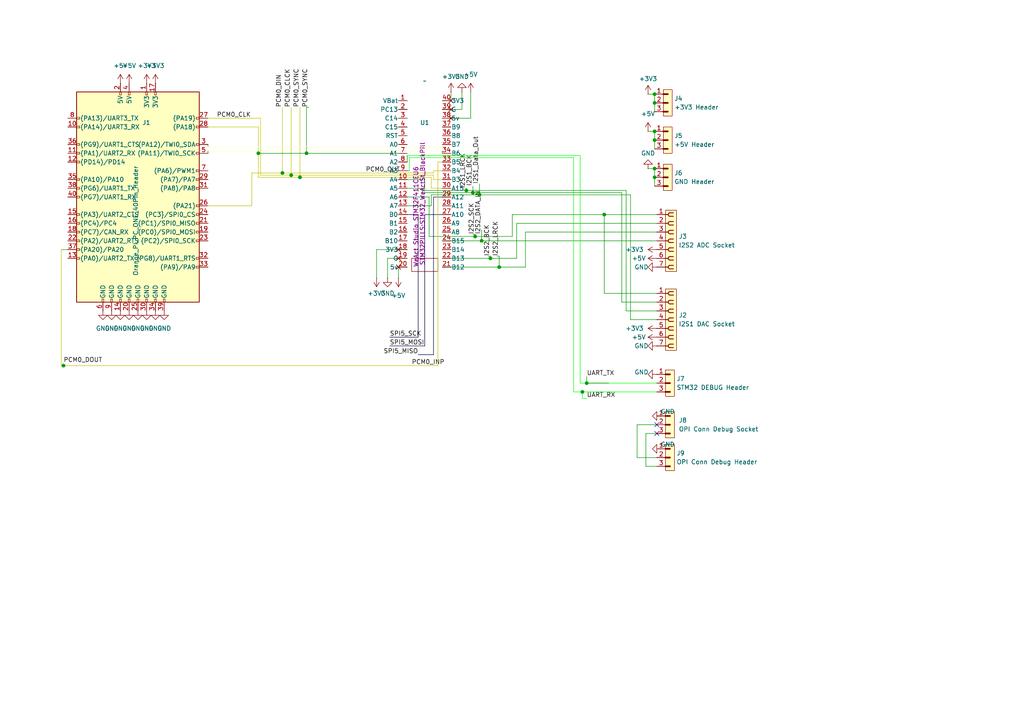
<source format=kicad_sch>
(kicad_sch (version 20231120) (generator "eeschema") (generator_version "8.0")
  (paper "A4")
  (title_block (title "Начало проекта") (date "2024-10-11") (rev "0") (company "1cdev.ru") (comment 2 "Axel V. Rouse"))
  (lib_symbols
    (symbol "MCU_ST_STM32F4:STM32F411CEU6_BLACKPILL" (pin_names (offset 0.1016))
      (property "Reference" "U" (at 0 0 0))
      (property "Footprint" "STM32PILLS:STM32_WeActSt_BlackPill" (at 3.556 9.398 0))
      (property "Description" "WeAct Studio STM32F411CEU6" (at 0 -15.748 90))
      (symbol "STM32F411CEU6_BLACKPILL_0_1"
        (rectangle (start -3.81 -38.1) (end 3.81 -41.91))
      )
      (symbol "STM32F411CEU6_BLACKPILL_1_1"
        (pin input line (at -5.08 7.62 180) (length 2.54) (name "VBat") (number "1"))
        (pin bidirectional line (at -5.08 -15.24 180) (length 2.54) (name "A4") (number "10"))
        (pin bidirectional line (at -5.08 -17.78 180) (length 2.54) (name "A5") (number "11"))
        (pin bidirectional line (at -5.08 -20.32 180) (length 2.54) (name "A6") (number "12"))
        (pin bidirectional line (at -5.08 -22.86 180) (length 2.54) (name "A7") (number "13"))
        (pin bidirectional line (at -5.08 -25.4 180) (length 2.54) (name "B0") (number "14"))
        (pin bidirectional line (at -5.08 -27.94 180) (length 2.54) (name "B1") (number "15"))
        (pin bidirectional line (at -5.08 -30.48 180) (length 2.54) (name "B2") (number "16"))
        (pin bidirectional line (at -5.08 -33.02 180) (length 2.54) (name "B10") (number "17"))
        (pin power_in non_logic (at -5.08 -35.56 180) (length 2.54) (name "3V3") (number "18"))
        (pin passive non_logic (at -5.08 -38.1 180) (length 2.54) (name "G") (number "19"))
        (pin bidirectional line (at -5.08 5.08 180) (length 2.54) (name "PC13") (number "2"))
        (pin power_in non_logic (at -5.08 -40.64 180) (length 2.54) (name "5v") (number "20"))
        (pin bidirectional line (at 5.08 -40.64 0) (length 2.54) (name "B12") (number "21"))
        (pin bidirectional line (at 5.08 -38.1 0) (length 2.54) (name "B13") (number "22"))
        (pin bidirectional line (at 5.08 -35.56 0) (length 2.54) (name "B14") (number "23"))
        (pin bidirectional line (at 5.08 -33.02 0) (length 2.54) (name "B15") (number "24"))
        (pin bidirectional line (at 5.08 -30.48 0) (length 2.54) (name "A8") (number "25"))
        (pin bidirectional line (at 5.08 -27.94 0) (length 2.54) (name "A9") (number "26"))
        (pin bidirectional line (at 5.08 -25.4 0) (length 2.54) (name "A10") (number "27"))
        (pin bidirectional line (at 5.08 -22.86 0) (length 2.54) (name "A11") (number "28"))
        (pin bidirectional line (at 5.08 -20.32 0) (length 2.54) (name "A12") (number "29"))
        (pin bidirectional line (at -5.08 2.54 180) (length 2.54) (name "C14") (number "3"))
        (pin bidirectional line (at 5.08 -17.78 0) (length 2.54) (name "A15") (number "30"))
        (pin bidirectional line (at 5.08 -15.24 0) (length 2.54) (name "B3") (number "31"))
        (pin bidirectional line (at 5.08 -12.7 0) (length 2.54) (name "B4") (number "32"))
        (pin bidirectional line (at 5.08 -10.16 0) (length 2.54) (name "B5") (number "33"))
        (pin bidirectional line (at 5.08 -7.62 0) (length 2.54) (name "B6") (number "34"))
        (pin bidirectional line (at 5.08 -5.08 0) (length 2.54) (name "B7") (number "35"))
        (pin bidirectional line (at 5.08 -2.54 0) (length 2.54) (name "B8") (number "36"))
        (pin bidirectional line (at 5.08 0 0) (length 2.54) (name "B9") (number "37"))
        (pin power_in non_logic (at 5.08 2.54 0) (length 2.54) (name "5v") (number "38"))
        (pin power_in non_logic (at 5.08 5.08 0) (length 2.54) (name "G") (number "39"))
        (pin bidirectional line (at -5.08 0 180) (length 2.54) (name "C15") (number "4"))
        (pin power_in non_logic (at 5.08 7.62 0) (length 2.54) (name "3V3") (number "40"))
        (pin passive line (at -5.08 -2.54 180) (length 2.54) (name "RST") (number "5"))
        (pin bidirectional line (at -5.08 -5.08 180) (length 2.54) (name "A0") (number "6"))
        (pin bidirectional line (at -5.08 -7.62 180) (length 2.54) (name "A1") (number "7"))
        (pin bidirectional line (at -5.08 -10.16 180) (length 2.54) (name "A2") (number "8"))
        (pin bidirectional line (at -5.08 -12.7 180) (length 2.54) (name "A3") (number "9"))
      )
    )
    (symbol "New_Library:OPI_ONE_PC_40PIN" (pin_names (offset 1.016))
      (property "Reference" "J" (at -17.78 31.75 0))
      (property "Value" "Orange_PI_PC_ONE_40Pin_Header" (at -16.256 25.908 0))
      (symbol "OPI_ONE_PC_40PIN_0_1"
        (rectangle (start -17.78 30.48) (end 17.78 -30.48) (stroke (width 0.254)) (fill (type background)))
      )
      (symbol "OPI_ONE_PC_40PIN_1_1"
        (rectangle (start -16.891 -17.526) (end -17.78 -18.034))
        (rectangle (start -16.891 -14.986) (end -17.78 -15.494))
        (rectangle (start -16.891 -12.446) (end -17.78 -12.954))
        (rectangle (start -16.891 -9.906) (end -17.78 -10.414))
        (rectangle (start -16.891 -7.366) (end -17.78 -7.874))
        (rectangle (start -16.891 -4.826) (end -17.78 -5.334))
        (rectangle (start -16.891 0.254) (end -17.78 -0.254))
        (rectangle (start -16.891 2.794) (end -17.78 2.286))
        (rectangle (start -16.891 5.334) (end -17.78 4.826))
        (rectangle (start -16.891 10.414) (end -17.78 9.906))
        (rectangle (start -16.891 12.954) (end -17.78 12.446))
        (rectangle (start -16.891 15.494) (end -17.78 14.986))
        (rectangle (start -16.891 20.574) (end -17.78 20.066))
        (rectangle (start -16.891 23.114) (end -17.78 22.606))
        (rectangle (start -10.414 -29.591) (end -9.906 -30.48))
        (rectangle (start -7.874 -29.591) (end -7.366 -30.48))
        (rectangle (start -5.334 -29.591) (end -4.826 -30.48))
        (rectangle (start -5.334 30.48) (end -4.826 29.591))
        (rectangle (start -2.794 -29.591) (end -2.286 -30.48))
        (rectangle (start -2.794 30.48) (end -2.286 29.591))
        (rectangle (start -0.254 -29.591) (end 0.254 -30.48))
        (rectangle (start 2.286 -29.591) (end 2.794 -30.48))
        (rectangle (start 2.286 30.48) (end 2.794 29.591))
        (rectangle (start 4.826 -29.591) (end 5.334 -30.48))
        (rectangle (start 4.826 30.48) (end 5.334 29.591))
        (rectangle (start 7.366 -29.591) (end 7.874 -30.48))
        (rectangle (start 17.78 -20.066) (end 16.891 -20.574))
        (rectangle (start 17.78 -17.526) (end 16.891 -18.034))
        (rectangle (start 17.78 -12.446) (end 16.891 -12.954))
        (rectangle (start 17.78 -9.906) (end 16.891 -10.414))
        (rectangle (start 17.78 -7.366) (end 16.891 -7.874))
        (rectangle (start 17.78 -4.826) (end 16.891 -5.334))
        (rectangle (start 17.78 -2.286) (end 16.891 -2.794))
        (rectangle (start 17.78 2.794) (end 16.891 2.286))
        (rectangle (start 17.78 5.334) (end 16.891 4.826))
        (rectangle (start 17.78 7.874) (end 16.891 7.366))
        (rectangle (start 17.78 12.954) (end 16.891 12.446))
        (rectangle (start 17.78 15.494) (end 16.891 14.986))
        (rectangle (start 17.78 20.574) (end 16.891 20.066))
        (rectangle (start 17.78 23.114) (end 16.891 22.606))
        (pin power_in line (at 2.54 33.02 270) (length 2.54) (name "3V3") (number "1"))
        (pin bidirectional line (at -20.32 20.32 0) (length 2.54) (name "(PA14)/UART3_RX") (number "10"))
        (pin bidirectional line (at -20.32 12.7 0) (length 2.54) (name "(PA1)/UART2_RX") (number "11"))
        (pin bidirectional line (at -20.32 10.16 0) (length 2.54) (name "(PD14)/PD14") (number "12"))
        (pin bidirectional line (at -20.32 -17.78 0) (length 2.54) (name "(PA0)/UART2_TX") (number "13"))
        (pin power_in line (at -5.08 -33.02 90) (length 2.54) (name "GND") (number "14"))
        (pin bidirectional line (at -20.32 -5.08 0) (length 2.54) (name "(PA3)/UART2_CTS") (number "15"))
        (pin bidirectional line (at -20.32 -7.62 0) (length 2.54) (name "(PC4)/PC4") (number "16"))
        (pin power_in line (at 5.08 33.02 270) (length 2.54) (name "3V3") (number "17"))
        (pin bidirectional line (at -20.32 -10.16 0) (length 2.54) (name "(PC7)/CAN_RX") (number "18"))
        (pin bidirectional line (at 20.32 -10.16 180) (length 2.54) (name "(PC0)/SPI0_MOSI") (number "19"))
        (pin power_in line (at -5.08 33.02 270) (length 2.54) (name "5V") (number "2"))
        (pin power_in line (at -2.54 -33.02 90) (length 2.54) (name "GND") (number "20"))
        (pin bidirectional line (at 20.32 -7.62 180) (length 2.54) (name "(PC1)/SPI0_MISO") (number "21"))
        (pin bidirectional line (at -20.32 -12.7 0) (length 2.54) (name "(PA2)/UART2_RTS") (number "22"))
        (pin bidirectional line (at 20.32 -12.7 180) (length 2.54) (name "(PC2)/SPI0_SCK") (number "23"))
        (pin bidirectional line (at 20.32 -5.08 180) (length 2.54) (name "(PC3}/SPI0_CS") (number "24"))
        (pin power_in line (at 0 -33.02 90) (length 2.54) (name "GND") (number "25"))
        (pin bidirectional line (at 20.32 -2.54 180) (length 2.54) (name "(PA21)") (number "26"))
        (pin bidirectional line (at 20.32 22.86 180) (length 2.54) (name "(PA19)") (number "27"))
        (pin bidirectional line (at 20.32 20.32 180) (length 2.54) (name "(PA18)") (number "28"))
        (pin bidirectional line (at 20.32 5.08 180) (length 2.54) (name "(PA7)/PA7") (number "29"))
        (pin bidirectional line (at 20.32 15.24 180) (length 2.54) (name "(PA12)/TWI0_SDA") (number "3"))
        (pin power_in line (at 2.54 -33.02 90) (length 2.54) (name "GND") (number "30"))
        (pin bidirectional line (at 20.32 2.54 180) (length 2.54) (name "(PA8)/PA8") (number "31"))
        (pin bidirectional line (at 20.32 -17.78 180) (length 2.54) (name "(PG8)/UART1_RTS") (number "32"))
        (pin bidirectional line (at 20.32 -20.32 180) (length 2.54) (name "(PA9)/PA9") (number "33"))
        (pin power_in line (at 5.08 -33.02 90) (length 2.54) (name "GND") (number "34"))
        (pin bidirectional line (at -20.32 5.08 0) (length 2.54) (name "(PA10)/PA10") (number "35"))
        (pin bidirectional line (at -20.32 15.24 0) (length 2.54) (name "(PG9)/UART1_CTS") (number "36"))
        (pin bidirectional line (at -20.32 -15.24 0) (length 2.54) (name "(PA20)/PA20") (number "37"))
        (pin bidirectional line (at -20.32 2.54 0) (length 2.54) (name "(PG6)/UART1_TX") (number "38"))
        (pin power_in line (at 7.62 -33.02 90) (length 2.54) (name "GND") (number "39"))
        (pin power_in line (at -2.54 33.02 270) (length 2.54) (name "5V") (number "4"))
        (pin bidirectional line (at -20.32 0 0) (length 2.54) (name "(PG7)/UART1_RX") (number "40"))
        (pin bidirectional line (at 20.32 12.7 180) (length 2.54) (name "(PA11)/TWI0_SCK") (number "5"))
        (pin power_in line (at -10.16 -33.02 90) (length 2.54) (name "GND") (number "6"))
        (pin bidirectional line (at 20.32 7.62 180) (length 2.54) (name "(PA6)/PWM1") (number "7"))
        (pin bidirectional line (at -20.32 22.86 0) (length 2.54) (name "(PA13)/UART3_TX") (number "8"))
        (pin power_in line (at -7.62 -33.02 90) (length 2.54) (name "GND") (number "9"))
      )
    )
    (symbol "PCM_SL_Pin_Headers:PINHD_1x3_Male"
      (property "Reference" "J" (at 0 7.62 0))
      (property "Value" "PINHD_1x3_Male" (at 0 5.08 0))
      (symbol "PINHD_1x3_Male_0_1"
        (rectangle (start -1.27 3.81) (end 1.27 -3.81) (fill (type background)))
        (polyline (pts (xy -1.27 -2.54) (xy 0 -2.54)) (stroke (width 0.3)))
        (polyline (pts (xy -1.27 -2.54) (xy 0 -2.54)) (stroke (width 0.5)))
        (polyline (pts (xy -1.27 0) (xy 0 0)) (stroke (width 0.3)))
        (polyline (pts (xy -1.27 0) (xy 0 0)) (stroke (width 0.5)))
        (polyline (pts (xy -1.27 2.54) (xy 0 2.54)) (stroke (width 0.3)))
        (polyline (pts (xy -1.27 2.54) (xy 0 2.54)) (stroke (width 0.5)))
      )
      (symbol "PINHD_1x3_Male_1_1"
        (pin passive line (at -3.81 2.54 0) (length 2.54) (name "") (number "1"))
        (pin passive line (at -3.81 0 0) (length 2.54) (name "") (number "2"))
        (pin passive line (at -3.81 -2.54 0) (length 2.54) (name "") (number "3"))
      )
    )
    (symbol "PCM_SL_Pin_Headers:PINHD_1x7_Female"
      (property "Reference" "J" (at 0 13.97 0))
      (property "Value" "PINHD_1x7_Female" (at 0 11.43 0))
      (symbol "PINHD_1x7_Female_0_1"
        (rectangle (start -1.27 8.89) (end 1.905 -8.89) (fill (type background)))
        (arc (start -0.508 -7.62) (mid -0.3592 -7.9792) (end 0 -8.128) (stroke (width 0.25)))
        (arc (start -0.508 -5.08) (mid -0.3592 -5.4392) (end 0 -5.588) (stroke (width 0.25)))
        (arc (start -0.508 -2.54) (mid -0.3592 -2.8992) (end 0 -3.048) (stroke (width 0.25)))
        (arc (start -0.508 0) (mid -0.3592 -0.3592) (end 0 -0.508) (stroke (width 0.25)))
        (arc (start -0.508 2.54) (mid -0.3592 2.1808) (end 0 2.032) (stroke (width 0.25)))
        (arc (start -0.508 5.08) (mid -0.3592 4.7208) (end 0 4.572) (stroke (width 0.25)))
        (arc (start -0.508 7.62) (mid -0.3592 7.2608) (end 0 7.112) (stroke (width 0.25)))
        (arc (start 0 -7.112) (mid -0.3592 -7.2608) (end -0.508 -7.62) (stroke (width 0.25)))
        (arc (start 0 -4.572) (mid -0.3592 -4.7208) (end -0.508 -5.08) (stroke (width 0.25)))
        (arc (start 0 -2.032) (mid -0.3592 -2.1808) (end -0.508 -2.54) (stroke (width 0.25)))
        (polyline (pts (xy -1.27 -7.62) (xy -0.508 -7.62)) (stroke (width 0.25)))
        (polyline (pts (xy -1.27 -5.08) (xy -0.508 -5.08)) (stroke (width 0.25)))
        (polyline (pts (xy -1.27 -2.54) (xy -0.508 -2.54)) (stroke (width 0.25)))
        (polyline (pts (xy -1.27 0) (xy -0.508 0)) (stroke (width 0.25)))
        (polyline (pts (xy -1.27 2.54) (xy -0.508 2.54)) (stroke (width 0.25)))
        (polyline (pts (xy -1.27 5.08) (xy -0.508 5.08)) (stroke (width 0.25)))
        (polyline (pts (xy -1.27 7.62) (xy -0.508 7.62)) (stroke (width 0.25)))
        (polyline (pts (xy 0 -8.128) (xy 1.016 -8.128)) (stroke (width 0.25)))
        (polyline (pts (xy 0 -7.112) (xy 1.016 -7.112)) (stroke (width 0.25)))
        (polyline (pts (xy 0 -5.588) (xy 1.016 -5.588)) (stroke (width 0.25)))
        (polyline (pts (xy 0 -4.572) (xy 1.016 -4.572)) (stroke (width 0.25)))
        (polyline (pts (xy 0 -3.048) (xy 1.016 -3.048)) (stroke (width 0.25)))
        (polyline (pts (xy 0 -2.032) (xy 1.016 -2.032)) (stroke (width 0.25)))
        (polyline (pts (xy 0 -0.508) (xy 1.016 -0.508)) (stroke (width 0.25)))
        (polyline (pts (xy 0 0.508) (xy 1.016 0.508)) (stroke (width 0.25)))
        (polyline (pts (xy 0 2.032) (xy 1.016 2.032)) (stroke (width 0.25)))
        (polyline (pts (xy 0 3.048) (xy 1.016 3.048)) (stroke (width 0.25)))
        (polyline (pts (xy 0 4.572) (xy 1.016 4.572)) (stroke (width 0.25)))
        (polyline (pts (xy 0 5.588) (xy 1.016 5.588)) (stroke (width 0.25)))
        (polyline (pts (xy 0 7.112) (xy 1.016 7.112)) (stroke (width 0.25)))
        (polyline (pts (xy 0 8.128) (xy 1.016 8.128)) (stroke (width 0.25)))
        (arc (start 0 0.508) (mid -0.3592 0.3592) (end -0.508 0) (stroke (width 0.25)))
        (arc (start 0 3.048) (mid -0.3592 2.8992) (end -0.508 2.54) (stroke (width 0.25)))
        (arc (start 0 5.588) (mid -0.3592 5.4392) (end -0.508 5.08) (stroke (width 0.25)))
        (arc (start 0 8.128) (mid -0.3592 7.9792) (end -0.508 7.62) (stroke (width 0.25)))
      )
      (symbol "PINHD_1x7_Female_1_1"
        (pin passive line (at -3.81 7.62 0) (length 2.54) (name "") (number "1"))
        (pin passive line (at -3.81 5.08 0) (length 2.54) (name "") (number "2"))
        (pin passive line (at -3.81 2.54 0) (length 2.54) (name "") (number "3"))
        (pin passive line (at -3.81 0 0) (length 2.54) (name "") (number "4"))
        (pin passive line (at -3.81 -2.54 0) (length 2.54) (name "") (number "5"))
        (pin passive line (at -3.81 -5.08 0) (length 2.54) (name "") (number "6"))
        (pin passive line (at -3.81 -7.62 0) (length 2.54) (name "") (number "7"))
      )
    )
    (symbol "power:+3V3" (power) (pin_numbers hide) (pin_names (offset 0) hide)
      (property "Value" "+3V3" (at 0 3.556 0))
      (symbol "+3V3_0_1"
        (polyline (pts (xy -0.762 1.27) (xy 0 2.54)))
        (polyline (pts (xy 0 0) (xy 0 2.54)))
        (polyline (pts (xy 0 2.54) (xy 0.762 1.27)))
      )
      (symbol "+3V3_1_1"
        (pin power_in line (at 0 0 90) (length 0) (name "~") (number "1"))
      )
    )
    (symbol "power:+5V" (power) (pin_numbers hide) (pin_names (offset 0) hide)
      (property "Value" "+5V" (at 0 3.556 0))
      (symbol "+5V_0_1"
        (polyline (pts (xy -0.762 1.27) (xy 0 2.54)))
        (polyline (pts (xy 0 0) (xy 0 2.54)))
        (polyline (pts (xy 0 2.54) (xy 0.762 1.27)))
      )
      (symbol "+5V_1_1"
        (pin power_in line (at 0 0 90) (length 0) (name "~") (number "1"))
      )
    )
    (symbol "power:GND" (power) (pin_numbers hide) (pin_names (offset 0) hide)
      (property "Value" "GND" (at 0 -3.81 0))
      (symbol "GND_0_1"
        (polyline (pts (xy 0 0) (xy 0 -1.27) (xy 1.27 -1.27) (xy 0 -2.54) (xy -1.27 -1.27) (xy 0 -1.27)))
      )
      (symbol "GND_1_1"
        (pin power_in line (at 0 0 270) (length 0) (name "~") (number "1"))
      )
    )
  )
  (junction (at 88.9 44.45))
  (junction (at 189.865 29.845))
  (junction (at 144.78 77.47))
  (junction (at 189.865 27.305))
  (junction (at 189.865 51.435))
  (junction (at 84.455 50.8))
  (junction (at 86.995 51.435))
  (junction (at 175.26 62.23))
  (junction (at 168.91 113.665))
  (junction (at 170.18 111.125))
  (junction (at 18.415 106.045))
  (junction (at 189.865 48.895))
  (junction (at 74.93 44.45))
  (junction (at 81.915 50.165))
  (junction (at 139.7 69.85))
  (junction (at 135.255 55.245))
  (junction (at 142.24 74.93))
  (junction (at 137.795 68.58))
  (junction (at 139.065 56.515))
  (junction (at 189.865 38.1))
  (junction (at 137.16 55.88))
  (junction (at 189.865 40.64))
  (no_connect (at 190.5 125.73))
  (no_connect (at 190.5 123.19))
  (wire (pts (xy 74.93 44.45) (xy 88.9 44.45)))
  (wire (pts (xy 125.095 54.61) (xy 125.095 51.435)) (stroke (width 0) (color 194 194 0 1)))
  (wire (pts (xy 152.4 67.31) (xy 190.5 67.31)))
  (wire (pts (xy 170.18 109.22) (xy 170.18 111.125)))
  (wire (pts (xy 187.96 27.305) (xy 189.865 27.305)))
  (wire (pts (xy 139.065 56.515) (xy 182.88 56.515)))
  (wire (pts (xy 118.11 49.53) (xy 118.745 49.53)))
  (wire (pts (xy 60.325 36.83) (xy 74.93 36.83)) (stroke (width 0) (color 194 194 0 1)))
  (wire (pts (xy 170.18 111.125) (xy 176.53 111.125)))
  (wire (pts (xy 112.395 74.93) (xy 118.11 74.93)))
  (wire (pts (xy 81.915 50.165) (xy 125.73 50.165)) (stroke (width 0) (color 194 194 0 1)))
  (wire (pts (xy 181.61 55.245) (xy 181.61 90.17)))
  (wire (pts (xy 137.795 68.58) (xy 148.59 68.58)))
  (wire (pts (xy 73.025 50.165) (xy 81.915 50.165)) (stroke (width 0) (color 194 194 0 1)))
  (wire (pts (xy 60.325 42.545) (xy 128.27 42.545)) (stroke (width 0) (color 255 255 194 1)))
  (wire (pts (xy 17.78 106.045) (xy 18.415 106.045)) (stroke (width 0) (color 194 194 0 1)))
  (wire (pts (xy 149.86 74.93) (xy 149.86 64.77)))
  (wire (pts (xy 124.46 68.58) (xy 137.795 68.58)))
  (wire (pts (xy 86.995 51.435) (xy 125.095 51.435)) (stroke (width 0) (color 194 194 0 1)))
  (wire (pts (xy 168.91 115.57) (xy 168.91 113.665)) (stroke (width 0) (color 0 255 0 1)))
  (wire (pts (xy 81.915 31.115) (xy 81.915 50.165)) (stroke (width 0) (color 194 194 0 1)))
  (wire (pts (xy 74.93 51.435) (xy 86.995 51.435)) (stroke (width 0) (color 194 194 0 1)))
  (wire (pts (xy 184.785 132.715) (xy 184.785 123.19)))
  (wire (pts (xy 109.22 72.39) (xy 118.11 72.39)))
  (wire (pts (xy 17.78 72.39) (xy 19.685 72.39)))
  (wire (pts (xy 142.24 74.295) (xy 142.24 74.93)))
  (wire (pts (xy 60.325 34.29) (xy 75.565 34.29)) (stroke (width 0) (color 194 194 0 1)))
  (wire (pts (xy 60.325 43.815) (xy 60.325 44.45)))
  (wire (pts (xy 128.27 43.815) (xy 128.27 44.45)))
  (wire (pts (xy 128.27 34.29) (xy 136.525 34.29)))
  (wire (pts (xy 144.78 74.295) (xy 144.145 74.295)))
  (wire (pts (xy 128.27 69.85) (xy 139.7 69.85)))
  (wire (pts (xy 118.11 52.07) (xy 123.19 52.07)))
  (wire (pts (xy 191.77 130.175) (xy 190.5 130.175)))
  (wire (pts (xy 148.59 62.23) (xy 148.59 68.58)))
  (wire (pts (xy 128.27 52.07) (xy 125.73 52.07)) (stroke (width 0) (color 194 194 0 1)))
  (wire (pts (xy 189.865 51.435) (xy 189.865 53.975)))
  (wire (pts (xy 88.9 44.45) (xy 118.11 44.45)))
  (wire (pts (xy 112.395 80.645) (xy 112.395 74.93)))
  (wire (pts (xy 113.03 97.79) (xy 121.285 97.79)) (stroke (width 0) (color 0 0 72 1)))
  (wire (pts (xy 122.555 54.61) (xy 122.555 55.88)))
  (wire (pts (xy 60.325 43.815) (xy 128.27 43.815)) (stroke (width 0) (color 255 255 194 1)))
  (wire (pts (xy 175.26 85.09) (xy 190.5 85.09)))
  (wire (pts (xy 191.77 120.65) (xy 190.5 120.65)))
  (wire (pts (xy 18.415 106.045) (xy 127 106.045)) (stroke (width 0) (color 194 194 0 1)))
  (wire (pts (xy 121.285 62.23) (xy 118.11 62.23)) (stroke (width 0) (color 0 0 72 1)))
  (wire (pts (xy 189.865 29.845) (xy 189.865 32.385)))
  (wire (pts (xy 125.095 56.515) (xy 139.065 56.515)))
  (wire (pts (xy 187.96 48.895) (xy 189.865 48.895)))
  (wire (pts (xy 139.065 53.34) (xy 139.065 56.515)))
  (wire (pts (xy 181.61 90.17) (xy 190.5 90.17)))
  (wire (pts (xy 128.27 62.23) (xy 123.19 62.23)) (stroke (width 0) (color 0 0 72 1)))
  (wire (pts (xy 118.745 49.53) (xy 118.745 45.72)) (stroke (width 0) (color 0 255 0 1)))
  (wire (pts (xy 121.285 102.87) (xy 125.73 102.87)) (stroke (width 0) (color 0 0 72 1)))
  (wire (pts (xy 88.9 31.115) (xy 88.9 44.45)))
  (wire (pts (xy 166.37 113.665) (xy 166.37 45.72)) (stroke (width 0) (color 0 255 0 1)))
  (wire (pts (xy 189.865 27.305) (xy 189.865 29.845)))
  (wire (pts (xy 75.565 34.29) (xy 75.565 50.8)) (stroke (width 0) (color 194 194 0 1)))
  (wire (pts (xy 123.19 62.23) (xy 123.19 100.33)) (stroke (width 0) (color 0 0 72 1)))
  (wire (pts (xy 124.46 57.15) (xy 124.46 68.58)))
  (wire (pts (xy 168.275 111.125) (xy 168.275 45.085)) (stroke (width 0) (color 0 255 0 1)))
  (wire (pts (xy 187.325 135.255) (xy 187.325 125.73)))
  (wire (pts (xy 184.785 123.19) (xy 190.5 123.19)))
  (wire (pts (xy 125.73 49.53) (xy 128.27 49.53)) (stroke (width 0) (color 194 194 0 1)))
  (wire (pts (xy 182.88 56.515) (xy 182.88 92.71)))
  (wire (pts (xy 118.11 46.99) (xy 118.11 45.085)))
  (wire (pts (xy 128.27 29.21) (xy 130.81 29.21)))
  (wire (pts (xy 115.57 77.47) (xy 118.11 77.47)))
  (wire (pts (xy 128.27 57.15) (xy 125.73 57.15)) (stroke (width 0) (color 0 0 72 1)))
  (wire (pts (xy 166.37 113.665) (xy 168.91 113.665)) (stroke (width 0) (color 0 255 0 1)))
  (wire (pts (xy 175.26 62.23) (xy 148.59 62.23)))
  (wire (pts (xy 118.11 57.15) (xy 124.46 57.15)))
  (wire (pts (xy 144.78 77.47) (xy 152.4 77.47)))
  (wire (pts (xy 73.025 50.165) (xy 73.025 59.69)) (stroke (width 0) (color 194 194 0 1)))
  (wire (pts (xy 123.19 52.07) (xy 123.19 55.245)))
  (wire (pts (xy 182.88 92.71) (xy 190.5 92.71)))
  (wire (pts (xy 175.26 62.23) (xy 175.26 85.09)))
  (wire (pts (xy 18.415 105.41) (xy 18.415 106.045)) (stroke (width 0) (color 194 194 0 1)))
  (wire (pts (xy 123.19 55.245) (xy 135.255 55.245)))
  (wire (pts (xy 189.865 48.895) (xy 189.865 51.435)))
  (wire (pts (xy 109.22 80.645) (xy 109.22 72.39)))
  (wire (pts (xy 189.865 40.64) (xy 189.865 43.18)))
  (wire (pts (xy 88.9 31.115) (xy 89.535 31.115)))
  (wire (pts (xy 128.27 74.93) (xy 142.24 74.93)))
  (wire (pts (xy 137.16 55.88) (xy 180.34 55.88)))
  (wire (pts (xy 60.325 42.545) (xy 60.325 41.91)))
  (wire (pts (xy 74.93 36.83) (xy 74.93 44.45)) (stroke (width 0) (color 194 194 0 1)))
  (wire (pts (xy 180.34 55.88) (xy 180.34 87.63)))
  (wire (pts (xy 152.4 77.47) (xy 152.4 67.31)))
  (wire (pts (xy 142.24 74.93) (xy 149.86 74.93)))
  (wire (pts (xy 133.985 26.67) (xy 133.985 31.75)))
  (wire (pts (xy 118.11 45.085) (xy 168.275 45.085)) (stroke (width 0) (color 0 255 0 1)))
  (wire (pts (xy 118.11 59.69) (xy 125.095 59.69)))
  (wire (pts (xy 125.73 50.165) (xy 125.73 49.53)) (stroke (width 0) (color 194 194 0 1)))
  (wire (pts (xy 139.7 69.85) (xy 190.5 69.85)))
  (wire (pts (xy 86.995 31.115) (xy 86.995 51.435)) (stroke (width 0) (color 194 194 0 1)))
  (wire (pts (xy 118.745 45.72) (xy 166.37 45.72)) (stroke (width 0) (color 0 255 0 1)))
  (wire (pts (xy 125.73 52.07) (xy 125.73 50.8)) (stroke (width 0) (color 194 194 0 1)))
  (wire (pts (xy 122.555 55.88) (xy 137.16 55.88)))
  (wire (pts (xy 130.81 29.21) (xy 130.81 26.67)))
  (wire (pts (xy 113.03 100.33) (xy 123.19 100.33)) (stroke (width 0) (color 0 0 72 1)))
  (wire (pts (xy 135.255 55.245) (xy 181.61 55.245)))
  (wire (pts (xy 187.96 38.1) (xy 189.865 38.1)))
  (wire (pts (xy 128.27 77.47) (xy 144.78 77.47)))
  (wire (pts (xy 190.5 62.23) (xy 175.26 62.23)))
  (wire (pts (xy 187.325 135.255) (xy 190.5 135.255)))
  (wire (pts (xy 144.78 74.295) (xy 144.78 77.47)))
  (wire (pts (xy 137.795 67.945) (xy 137.795 68.58)))
  (wire (pts (xy 128.27 42.545) (xy 128.27 41.91)) (stroke (width 0) (color 255 255 194 1)))
  (wire (pts (xy 118.11 54.61) (xy 122.555 54.61)))
  (wire (pts (xy 187.325 125.73) (xy 190.5 125.73)))
  (wire (pts (xy 125.73 57.15) (xy 125.73 102.87)) (stroke (width 0) (color 0 0 72 1)))
  (wire (pts (xy 190.5 132.715) (xy 184.785 132.715)))
  (wire (pts (xy 127 46.99) (xy 128.27 46.99)) (stroke (width 0) (color 194 194 0 1)))
  (wire (pts (xy 121.285 62.23) (xy 121.285 97.79)) (stroke (width 0) (color 0 0 72 1)))
  (wire (pts (xy 170.18 111.125) (xy 190.5 111.125)) (stroke (width 0) (color 0 255 0 1)))
  (wire (pts (xy 149.86 64.77) (xy 190.5 64.77)))
  (wire (pts (xy 75.565 50.8) (xy 84.455 50.8)) (stroke (width 0) (color 194 194 0 1)))
  (wire (pts (xy 115.57 77.47) (xy 115.57 80.645)))
  (wire (pts (xy 139.7 66.675) (xy 139.7 69.85)))
  (wire (pts (xy 137.795 67.945) (xy 137.16 67.945)))
  (wire (pts (xy 125.095 59.69) (xy 125.095 56.515)))
  (wire (pts (xy 73.025 59.69) (xy 60.325 59.69)) (stroke (width 0) (color 194 194 0 1)))
  (wire (pts (xy 168.275 111.125) (xy 170.18 111.125)) (stroke (width 0) (color 0 255 0 1)))
  (wire (pts (xy 133.985 31.75) (xy 128.27 31.75)))
  (wire (pts (xy 135.255 54.61) (xy 135.255 55.245)))
  (wire (pts (xy 17.78 106.045) (xy 17.78 72.39)) (stroke (width 0) (color 194 194 0 1)))
  (wire (pts (xy 136.525 34.29) (xy 136.525 26.67)))
  (wire (pts (xy 168.91 113.665) (xy 190.5 113.665)) (stroke (width 0) (color 0 255 0 1)))
  (wire (pts (xy 128.27 54.61) (xy 125.095 54.61)) (stroke (width 0) (color 194 194 0 1)))
  (wire (pts (xy 137.16 53.975) (xy 137.16 55.88)))
  (wire (pts (xy 189.865 38.1) (xy 189.865 40.64)))
  (wire (pts (xy 180.34 87.63) (xy 190.5 87.63)))
  (wire (pts (xy 142.24 74.295) (xy 141.605 74.295)))
  (wire (pts (xy 84.455 31.115) (xy 84.455 50.8)) (stroke (width 0) (color 194 194 0 1)))
  (wire (pts (xy 84.455 50.8) (xy 125.73 50.8)) (stroke (width 0) (color 194 194 0 1)))
  (wire (pts (xy 74.93 44.45) (xy 74.93 51.435)) (stroke (width 0) (color 194 194 0 1)))
  (wire (pts (xy 170.18 115.57) (xy 168.91 115.57)) (stroke (width 0) (color 0 255 0 1)))
  (wire (pts (xy 127 46.99) (xy 127 106.045)) (stroke (width 0) (color 194 194 0 1)))
  (label "SPI5_SCK" (at 113.03 97.79 0))
  (label "SPI5_MISO" (at 121.285 102.87 180))
  (label "UART_RX" (at 170.18 115.57 0))
  (label "I2S1_BCK" (at 137.16 53.975 90))
  (label "SPI5_MOSI" (at 113.03 100.33 0))
  (label "PCM0_SYNC" (at 86.995 31.115 90))
  (label "I2S2_LRCK" (at 144.78 74.295 90))
  (label "I2S2_SCK" (at 137.795 67.945 90))
  (label "I2S2_BCK" (at 142.24 74.295 90))
  (label "PCM0_OUT" (at 106.045 50.165 0))
  (label "I2S2_DATA_IN" (at 139.7 67.945 90))
  (label "PCM0_INP" (at 119.38 106.045 0))
  (label "PCM0_DIN" (at 81.915 31.115 90))
  (label "PCM0_CLCK" (at 84.455 31.115 90))
  (label "PCM0_CLK" (at 62.865 34.29 0))
  (label "I2S1_LRCK" (at 135.255 54.61 90))
  (label "PCM0_SYNC" (at 89.535 31.115 90))
  (label "UART_TX" (at 170.18 109.22 0))
  (label "I2S1_Data_Out" (at 139.065 53.34 90))
  (label "PCM0_DOUT" (at 18.415 105.41 0))
  (symbol (lib_id "power:GND") (at 34.925 90.17 0) (unit 1)
    (property "Reference" "#PWR03" (effects (hide yes)))
    (property "Value" "GND" (at 34.925 95.25 0))
    (property "Description" "Power symbol creates a global label with name \"GND\" , ground" (effects (hide yes)))
  )
  (symbol (lib_id "power:GND") (at 40.005 90.17 0) (unit 1)
    (property "Reference" "#PWR05" (effects (hide yes)))
    (property "Value" "GND" (at 40.005 95.25 0))
    (property "Description" "Power symbol creates a global label with name \"GND\" , ground" (effects (hide yes)))
  )
  (symbol (lib_id "power:+5V") (at 34.925 24.13 0) (unit 1)
    (property "Reference" "#PWR09" (effects (hide yes)))
    (property "Value" "+5V" (at 34.925 19.05 0))
    (property "Description" "Power symbol creates a global label with name \"+5V\"" (effects (hide yes)))
  )
  (symbol (lib_id "PCM_SL_Pin_Headers:PINHD_1x3_Male") (at 194.31 132.715 0) (unit 1)
    (property "Reference" "J9" (at 196.215 131.445 0) (effects (justify left)))
    (property "Value" "OPI Conn Debug Header" (at 196.215 133.985 0) (effects (justify left)))
    (property "Footprint" "Connector_PinHeader_2.54mm:PinHeader_1x03_P2.54mm_Vertical" (effects (hide yes)))
    (property "Description" "Pin Header male with pin space 2.54mm. Pin Count -3" (effects (hide yes)))
  )
  (symbol (lib_id "power:GND") (at 133.985 26.67 180) (unit 1)
    (property "Reference" "#PWR016" (effects (hide yes)))
    (property "Value" "GND" (at 133.985 22.225 0))
    (property "Description" "Power symbol creates a global label with name \"GND\" , ground" (effects (hide yes)))
  )
  (symbol (lib_id "power:GND") (at 191.77 120.65 270) (unit 1)
    (property "Reference" "#PWR029" (effects (hide yes)))
    (property "Value" "GND" (at 193.675 119.38 90))
    (property "Description" "Power symbol creates a global label with name \"GND\" , ground" (effects (hide yes)))
  )
  (symbol (lib_id "PCM_SL_Pin_Headers:PINHD_1x3_Male") (at 194.31 123.19 0) (unit 1)
    (property "Reference" "J8" (at 196.85 121.92 0) (effects (justify left)))
    (property "Value" "OPI Conn Debug Socket" (at 196.85 124.46 0) (effects (justify left)))
    (property "Footprint" "Connector_PinSocket_2.54mm:PinSocket_1x03_P2.54mm_Vertical" (effects (hide yes)))
    (property "Description" "Pin Header male with pin space 2.54mm. Pin Count -3" (effects (hide yes)))
  )
  (symbol (lib_id "power:+5V") (at 190.5 74.93 90) (unit 1)
    (property "Reference" "#PWR027" (effects (hide yes)))
    (property "Value" "+5V" (at 187.325 74.93 90) (effects (justify left)))
    (property "Description" "Power symbol creates a global label with name \"+5V\"" (effects (hide yes)))
  )
  (symbol (lib_id "power:GND") (at 112.395 80.645 0) (unit 1)
    (property "Reference" "#PWR017" (effects (hide yes)))
    (property "Value" "GND" (at 112.395 85.09 0))
    (property "Description" "Power symbol creates a global label with name \"GND\" , ground" (effects (hide yes)))
  )
  (symbol (lib_id "power:GND") (at 42.545 90.17 0) (unit 1)
    (property "Reference" "#PWR06" (effects (hide yes)))
    (property "Value" "GND" (at 42.545 95.25 0))
    (property "Description" "Power symbol creates a global label with name \"GND\" , ground" (effects (hide yes)))
  )
  (symbol (lib_id "power:GND") (at 190.5 77.47 270) (unit 1)
    (property "Reference" "#PWR023" (effects (hide yes)))
    (property "Value" "GND" (at 186.055 77.47 90))
    (property "Description" "Power symbol creates a global label with name \"GND\" , ground" (effects (hide yes)))
  )
  (symbol (lib_id "power:+3V3") (at 190.5 72.39 90) (unit 1)
    (property "Reference" "#PWR025" (effects (hide yes)))
    (property "Value" "+3V3" (at 186.69 72.39 90) (effects (justify left)))
    (property "Description" "Power symbol creates a global label with name \"+3V3\"" (effects (hide yes)))
  )
  (symbol (lib_id "power:+5V") (at 115.57 80.645 180) (unit 1)
    (property "Reference" "#PWR020" (effects (hide yes)))
    (property "Value" "+5V" (at 115.57 85.725 0))
    (property "Description" "Power symbol creates a global label with name \"+5V\"" (effects (hide yes)))
  )
  (symbol (lib_id "power:GND") (at 190.5 108.585 270) (unit 1)
    (property "Reference" "#PWR022" (effects (hide yes)))
    (property "Value" "GND" (at 186.055 107.95 90))
    (property "Description" "Power symbol creates a global label with name \"GND\" , ground" (effects (hide yes)))
  )
  (symbol (lib_id "PCM_SL_Pin_Headers:PINHD_1x3_Male") (at 194.31 111.125 0) (unit 1)
    (property "Reference" "J7" (at 196.215 109.855 0) (effects (justify left)))
    (property "Value" "STM32 DEBUG Header" (at 196.215 112.395 0) (effects (justify left)))
    (property "Footprint" "Connector_PinHeader_2.54mm:PinHeader_1x03_P2.54mm_Vertical" (effects (hide yes)))
    (property "Description" "Pin Header male with pin space 2.54mm. Pin Count -3" (effects (hide yes)))
  )
  (symbol (lib_id "power:+3V3") (at 130.81 26.67 0) (unit 1)
    (property "Reference" "#PWR021" (effects (hide yes)))
    (property "Value" "+3V3" (at 130.81 22.225 0))
    (property "Description" "Power symbol creates a global label with name \"+3V3\"" (effects (hide yes)))
  )
  (symbol (lib_id "power:GND") (at 190.5 100.33 270) (unit 1)
    (property "Reference" "#PWR024" (effects (hide yes)))
    (property "Value" "GND" (at 186.055 100.33 90))
    (property "Description" "Power symbol creates a global label with name \"GND\" , ground" (effects (hide yes)))
  )
  (symbol (lib_id "PCM_SL_Pin_Headers:PINHD_1x7_Female") (at 194.31 92.71 0) (unit 1)
    (property "Reference" "J2" (at 196.85 91.44 0) (effects (justify left)))
    (property "Value" "I2S1 DAC Socket" (at 196.85 93.98 0) (effects (justify left)))
    (property "Footprint" "Connector_PinSocket_2.54mm:PinSocket_1x07_P2.54mm_Vertical" (effects (hide yes)))
    (property "Description" "Pin Header female with pin space 2.54mm. Pin Count -7" (effects (hide yes)))
  )
  (symbol (lib_id "power:+5V") (at 187.96 38.1 0) (unit 1)
    (property "Reference" "#PWR014" (effects (hide yes)))
    (property "Value" "+5V" (at 187.96 33.02 0))
    (property "Description" "Power symbol creates a global label with name \"+5V\"" (effects (hide yes)))
  )
  (symbol (lib_id "power:+5V") (at 37.465 24.13 0) (unit 1)
    (property "Reference" "#PWR010" (effects (hide yes)))
    (property "Value" "+5V" (at 37.465 19.05 0))
    (property "Description" "Power symbol creates a global label with name \"+5V\"" (effects (hide yes)))
  )
  (symbol (lib_id "power:+3V3") (at 109.22 80.645 180) (unit 1)
    (property "Reference" "#PWR018" (effects (hide yes)))
    (property "Value" "+3V3" (at 109.22 85.09 0))
    (property "Description" "Power symbol creates a global label with name \"+3V3\"" (effects (hide yes)))
  )
  (symbol (lib_id "PCM_SL_Pin_Headers:PINHD_1x3_Male") (at 193.675 51.435 0) (unit 1)
    (property "Reference" "J6" (at 195.58 50.165 0) (effects (justify left)))
    (property "Value" "GND Header" (at 195.58 52.705 0) (effects (justify left)))
    (property "Footprint" "Connector_PinHeader_2.54mm:PinHeader_1x03_P2.54mm_Vertical" (effects (hide yes)))
    (property "Description" "Pin Header male with pin space 2.54mm. Pin Count -3" (effects (hide yes)))
  )
  (symbol (lib_id "PCM_SL_Pin_Headers:PINHD_1x3_Male") (at 193.675 40.64 0) (unit 1)
    (property "Reference" "J5" (at 195.58 39.37 0) (effects (justify left)))
    (property "Value" "+5V Header" (at 195.58 41.91 0) (effects (justify left)))
    (property "Footprint" "Connector_PinHeader_2.54mm:PinHeader_1x03_P2.54mm_Vertical" (effects (hide yes)))
    (property "Description" "Pin Header male with pin space 2.54mm. Pin Count -3" (effects (hide yes)))
  )
  (symbol (lib_id "MCU_ST_STM32F4:STM32F411CEU6_BLACKPILL") (at 123.19 36.83 0) (unit 1)
    (property "Reference" "U1" (at 123.19 35.56 0))
    (property "Value" "~" (at 123.19 23.495 0))
    (property "Footprint" "STM32PILLS:STM32_WeActSt_BlackPill" (at 122.555 59.055 90))
    (property "Description" "WeAct Studio STM32F411CEU6" (at 120.65 62.865 90))
  )
  (symbol (lib_id "power:+3V3") (at 190.5 95.25 90) (unit 1)
    (property "Reference" "#PWR026" (effects (hide yes)))
    (property "Value" "+3V3" (at 186.69 95.25 90) (effects (justify left)))
    (property "Description" "Power symbol creates a global label with name \"+3V3\"" (effects (hide yes)))
  )
  (symbol (lib_id "power:GND") (at 32.385 90.17 0) (unit 1)
    (property "Reference" "#PWR02" (effects (hide yes)))
    (property "Value" "GND" (at 32.385 95.25 0))
    (property "Description" "Power symbol creates a global label with name \"GND\" , ground" (effects (hide yes)))
  )
  (symbol (lib_id "power:+3V3") (at 187.96 27.305 0) (unit 1)
    (property "Reference" "#PWR013" (effects (hide yes)))
    (property "Value" "+3V3" (at 187.96 22.86 0))
    (property "Description" "Power symbol creates a global label with name \"+3V3\"" (effects (hide yes)))
  )
  (symbol (lib_id "power:GND") (at 187.96 48.895 180) (unit 1)
    (property "Reference" "#PWR015" (effects (hide yes)))
    (property "Value" "GND" (at 187.96 44.45 0))
    (property "Description" "Power symbol creates a global label with name \"GND\" , ground" (effects (hide yes)))
  )
  (symbol (lib_id "power:+3V3") (at 42.545 24.13 0) (unit 1)
    (property "Reference" "#PWR011" (effects (hide yes)))
    (property "Value" "+3V3" (at 42.545 19.05 0))
    (property "Description" "Power symbol creates a global label with name \"+3V3\"" (effects (hide yes)))
  )
  (symbol (lib_id "PCM_SL_Pin_Headers:PINHD_1x3_Male") (at 193.675 29.845 0) (unit 1)
    (property "Reference" "J4" (at 195.58 28.575 0) (effects (justify left)))
    (property "Value" "+3V3 Header" (at 195.58 31.115 0) (effects (justify left)))
    (property "Footprint" "Connector_PinHeader_2.54mm:PinHeader_1x03_P2.54mm_Vertical" (effects (hide yes)))
    (property "Description" "Pin Header male with pin space 2.54mm. Pin Count -3" (effects (hide yes)))
  )
  (symbol (lib_id "power:GND") (at 45.085 90.17 0) (unit 1)
    (property "Reference" "#PWR07" (effects (hide yes)))
    (property "Value" "GND" (at 45.085 95.25 0))
    (property "Description" "Power symbol creates a global label with name \"GND\" , ground" (effects (hide yes)))
  )
  (symbol (lib_id "New_Library:OPI_ONE_PC_40PIN") (at 40.005 57.15 0) (unit 1)
    (property "Reference" "J1" (at 41.275 35.56 0) (effects (justify left)))
    (property "Value" "Orange_PI_PC_ONE_40Pin_Header" (at 39.37 80.01 90) (effects (justify left)))
    (property "Footprint" "Connector_PinSocket_2.54mm:PinSocket_2x20_P2.54mm_Vertical" (effects (hide yes)))
    (property "Datasheet" "http://www.orangepi.org/html/hardWare/computerAndMicrocontrollers/details/Orange-Pi-PC.html" (effects (hide yes)))
    (property "Description" "40 pin expansion header for Orange Pi PC & ONE" (effects (hide yes)))
  )
  (symbol (lib_id "power:+3V3") (at 45.085 24.13 0) (unit 1)
    (property "Reference" "#PWR012" (effects (hide yes)))
    (property "Value" "+3V3" (at 45.085 19.05 0))
    (property "Description" "Power symbol creates a global label with name \"+3V3\"" (effects (hide yes)))
  )
  (symbol (lib_id "power:GND") (at 191.77 130.175 270) (unit 1)
    (property "Reference" "#PWR030" (effects (hide yes)))
    (property "Value" "GND" (at 193.675 128.905 90))
    (property "Description" "Power symbol creates a global label with name \"GND\" , ground" (effects (hide yes)))
  )
  (symbol (lib_id "power:+5V") (at 136.525 26.67 0) (unit 1)
    (property "Reference" "#PWR019" (effects (hide yes)))
    (property "Value" "+5V" (at 136.525 21.59 0))
    (property "Description" "Power symbol creates a global label with name \"+5V\"" (effects (hide yes)))
  )
  (symbol (lib_id "power:GND") (at 37.465 90.17 0) (unit 1)
    (property "Reference" "#PWR04" (effects (hide yes)))
    (property "Value" "GND" (at 37.465 95.25 0))
    (property "Description" "Power symbol creates a global label with name \"GND\" , ground" (effects (hide yes)))
  )
  (symbol (lib_id "power:GND") (at 47.625 90.17 0) (unit 1)
    (property "Reference" "#PWR08" (effects (hide yes)))
    (property "Value" "GND" (at 47.625 95.25 0))
    (property "Description" "Power symbol creates a global label with name \"GND\" , ground" (effects (hide yes)))
  )
  (symbol (lib_id "power:GND") (at 29.845 90.17 0) (unit 1)
    (property "Reference" "#PWR01" (effects (hide yes)))
    (property "Value" "GND" (at 29.845 95.25 0))
    (property "Description" "Power symbol creates a global label with name \"GND\" , ground" (effects (hide yes)))
  )
  (symbol (lib_id "power:+5V") (at 190.5 97.79 90) (unit 1)
    (property "Reference" "#PWR028" (effects (hide yes)))
    (property "Value" "+5V" (at 187.325 97.79 90) (effects (justify left)))
    (property "Description" "Power symbol creates a global label with name \"+5V\"" (effects (hide yes)))
  )
  (symbol (lib_id "PCM_SL_Pin_Headers:PINHD_1x7_Female") (at 194.31 69.85 0) (unit 1)
    (property "Reference" "J3" (at 196.85 68.58 0) (effects (justify left)))
    (property "Value" "I2S2 ADC Socket" (at 196.85 71.12 0) (effects (justify left)))
    (property "Footprint" "Connector_PinSocket_2.54mm:PinSocket_1x07_P2.54mm_Vertical" (effects (hide yes)))
    (property "Description" "Pin Header female with pin space 2.54mm. Pin Count -7" (effects (hide yes)))
  )
)
</source>
